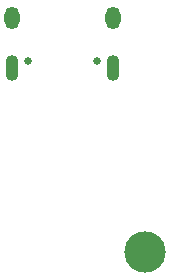
<source format=gbr>
%TF.GenerationSoftware,KiCad,Pcbnew,8.0.9*%
%TF.CreationDate,2025-07-19T06:53:03+07:00*%
%TF.ProjectId,Daughterboard,44617567-6874-4657-9262-6f6172642e6b,rev?*%
%TF.SameCoordinates,Original*%
%TF.FileFunction,Soldermask,Bot*%
%TF.FilePolarity,Negative*%
%FSLAX46Y46*%
G04 Gerber Fmt 4.6, Leading zero omitted, Abs format (unit mm)*
G04 Created by KiCad (PCBNEW 8.0.9) date 2025-07-19 06:53:03*
%MOMM*%
%LPD*%
G01*
G04 APERTURE LIST*
%ADD10C,3.500001*%
%ADD11C,0.650000*%
%ADD12O,1.100000X2.200000*%
%ADD13O,1.300000X1.900000*%
G04 APERTURE END LIST*
D10*
%TO.C,MH2*%
X104015000Y-76185800D03*
%TD*%
D11*
%TO.C,J1*%
X99888000Y-60049000D03*
X94108000Y-60049000D03*
D12*
X101298000Y-60600000D03*
D13*
X101298000Y-56400000D03*
D12*
X92698000Y-60600000D03*
D13*
X92698000Y-56400000D03*
%TD*%
M02*

</source>
